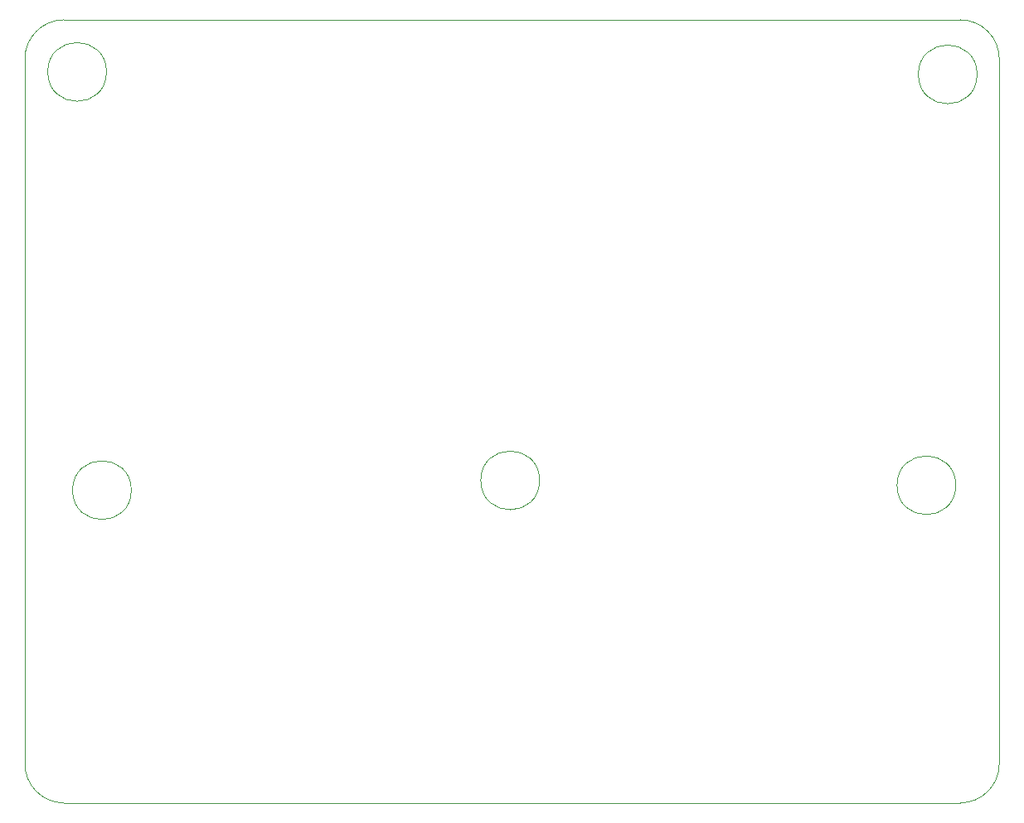
<source format=gm1>
%TF.GenerationSoftware,KiCad,Pcbnew,8.0.7*%
%TF.CreationDate,2024-12-31T21:00:06-05:00*%
%TF.ProjectId,Digilent_AD_Breakout,44696769-6c65-46e7-945f-41445f427265,rev?*%
%TF.SameCoordinates,Original*%
%TF.FileFunction,Profile,NP*%
%FSLAX46Y46*%
G04 Gerber Fmt 4.6, Leading zero omitted, Abs format (unit mm)*
G04 Created by KiCad (PCBNEW 8.0.7) date 2024-12-31 21:00:06*
%MOMM*%
%LPD*%
G01*
G04 APERTURE LIST*
%TA.AperFunction,Profile*%
%ADD10C,0.100000*%
%TD*%
G04 APERTURE END LIST*
D10*
X12446000Y-16446000D02*
G75*
G02*
X16446000Y-12446000I4000000J0D01*
G01*
X16446000Y-92446000D02*
G75*
G02*
X12446000Y-88446000I0J4000000D01*
G01*
X107946000Y-12446000D02*
G75*
G02*
X111946000Y-16446000I0J-4000000D01*
G01*
X111946000Y-88446000D02*
G75*
G02*
X107946000Y-92446000I-4000000J0D01*
G01*
X16446000Y-12446000D02*
X107946000Y-12446000D01*
X12446000Y-88446000D02*
X12446000Y-16446000D01*
X107946000Y-92446000D02*
X16446000Y-92446000D01*
X111946000Y-16446000D02*
X111946000Y-88446000D01*
X107500000Y-60000000D02*
G75*
G02*
X101500000Y-60000000I-3000000J0D01*
G01*
X101500000Y-60000000D02*
G75*
G02*
X107500000Y-60000000I3000000J0D01*
G01*
X23315000Y-60500000D02*
G75*
G02*
X17315000Y-60500000I-3000000J0D01*
G01*
X17315000Y-60500000D02*
G75*
G02*
X23315000Y-60500000I3000000J0D01*
G01*
X109680000Y-18026536D02*
G75*
G02*
X103680000Y-18026536I-3000000J0D01*
G01*
X103680000Y-18026536D02*
G75*
G02*
X109680000Y-18026536I3000000J0D01*
G01*
X20780000Y-17772536D02*
G75*
G02*
X14780000Y-17772536I-3000000J0D01*
G01*
X14780000Y-17772536D02*
G75*
G02*
X20780000Y-17772536I3000000J0D01*
G01*
X65000000Y-59500000D02*
G75*
G02*
X59000000Y-59500000I-3000000J0D01*
G01*
X59000000Y-59500000D02*
G75*
G02*
X65000000Y-59500000I3000000J0D01*
G01*
M02*

</source>
